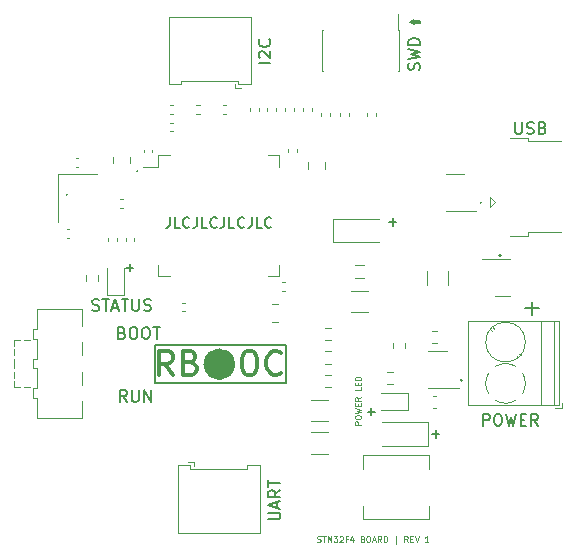
<source format=gbr>
%TF.GenerationSoftware,KiCad,Pcbnew,(6.0.6)*%
%TF.CreationDate,2023-01-10T19:01:41-05:00*%
%TF.ProjectId,STM32F4_REV1,53544d33-3246-4345-9f52-4556312e6b69,rev?*%
%TF.SameCoordinates,Original*%
%TF.FileFunction,Legend,Top*%
%TF.FilePolarity,Positive*%
%FSLAX46Y46*%
G04 Gerber Fmt 4.6, Leading zero omitted, Abs format (unit mm)*
G04 Created by KiCad (PCBNEW (6.0.6)) date 2023-01-10 19:01:41*
%MOMM*%
%LPD*%
G01*
G04 APERTURE LIST*
%ADD10C,0.150000*%
%ADD11C,1.345157*%
%ADD12C,0.300000*%
%ADD13C,0.125000*%
%ADD14C,0.120000*%
G04 APERTURE END LIST*
D10*
X129842857Y-101137142D02*
X129842857Y-101780000D01*
X129800000Y-101908571D01*
X129714285Y-101994285D01*
X129585714Y-102037142D01*
X129500000Y-102037142D01*
X130700000Y-102037142D02*
X130271428Y-102037142D01*
X130271428Y-101137142D01*
X131514285Y-101951428D02*
X131471428Y-101994285D01*
X131342857Y-102037142D01*
X131257142Y-102037142D01*
X131128571Y-101994285D01*
X131042857Y-101908571D01*
X131000000Y-101822857D01*
X130957142Y-101651428D01*
X130957142Y-101522857D01*
X131000000Y-101351428D01*
X131042857Y-101265714D01*
X131128571Y-101180000D01*
X131257142Y-101137142D01*
X131342857Y-101137142D01*
X131471428Y-101180000D01*
X131514285Y-101222857D01*
X132157142Y-101137142D02*
X132157142Y-101780000D01*
X132114285Y-101908571D01*
X132028571Y-101994285D01*
X131900000Y-102037142D01*
X131814285Y-102037142D01*
X133014285Y-102037142D02*
X132585714Y-102037142D01*
X132585714Y-101137142D01*
X133828571Y-101951428D02*
X133785714Y-101994285D01*
X133657142Y-102037142D01*
X133571428Y-102037142D01*
X133442857Y-101994285D01*
X133357142Y-101908571D01*
X133314285Y-101822857D01*
X133271428Y-101651428D01*
X133271428Y-101522857D01*
X133314285Y-101351428D01*
X133357142Y-101265714D01*
X133442857Y-101180000D01*
X133571428Y-101137142D01*
X133657142Y-101137142D01*
X133785714Y-101180000D01*
X133828571Y-101222857D01*
X134471428Y-101137142D02*
X134471428Y-101780000D01*
X134428571Y-101908571D01*
X134342857Y-101994285D01*
X134214285Y-102037142D01*
X134128571Y-102037142D01*
X135328571Y-102037142D02*
X134900000Y-102037142D01*
X134900000Y-101137142D01*
X136142857Y-101951428D02*
X136100000Y-101994285D01*
X135971428Y-102037142D01*
X135885714Y-102037142D01*
X135757142Y-101994285D01*
X135671428Y-101908571D01*
X135628571Y-101822857D01*
X135585714Y-101651428D01*
X135585714Y-101522857D01*
X135628571Y-101351428D01*
X135671428Y-101265714D01*
X135757142Y-101180000D01*
X135885714Y-101137142D01*
X135971428Y-101137142D01*
X136100000Y-101180000D01*
X136142857Y-101222857D01*
X136785714Y-101137142D02*
X136785714Y-101780000D01*
X136742857Y-101908571D01*
X136657142Y-101994285D01*
X136528571Y-102037142D01*
X136442857Y-102037142D01*
X137642857Y-102037142D02*
X137214285Y-102037142D01*
X137214285Y-101137142D01*
X138457142Y-101951428D02*
X138414285Y-101994285D01*
X138285714Y-102037142D01*
X138200000Y-102037142D01*
X138071428Y-101994285D01*
X137985714Y-101908571D01*
X137942857Y-101822857D01*
X137900000Y-101651428D01*
X137900000Y-101522857D01*
X137942857Y-101351428D01*
X137985714Y-101265714D01*
X138071428Y-101180000D01*
X138200000Y-101137142D01*
X138285714Y-101137142D01*
X138414285Y-101180000D01*
X138457142Y-101222857D01*
X128610000Y-111970000D02*
X139710000Y-111970000D01*
X139710000Y-111970000D02*
X139710000Y-115130000D01*
X139710000Y-115130000D02*
X128610000Y-115130000D01*
X128610000Y-115130000D02*
X128610000Y-111970000D01*
D11*
X134722578Y-113570000D02*
G75*
G03*
X134722578Y-113570000I-672578J0D01*
G01*
D12*
X130117619Y-114474761D02*
X129450952Y-113522380D01*
X128974761Y-114474761D02*
X128974761Y-112474761D01*
X129736666Y-112474761D01*
X129927142Y-112570000D01*
X130022380Y-112665238D01*
X130117619Y-112855714D01*
X130117619Y-113141428D01*
X130022380Y-113331904D01*
X129927142Y-113427142D01*
X129736666Y-113522380D01*
X128974761Y-113522380D01*
X131641428Y-113427142D02*
X131927142Y-113522380D01*
X132022380Y-113617619D01*
X132117619Y-113808095D01*
X132117619Y-114093809D01*
X132022380Y-114284285D01*
X131927142Y-114379523D01*
X131736666Y-114474761D01*
X130974761Y-114474761D01*
X130974761Y-112474761D01*
X131641428Y-112474761D01*
X131831904Y-112570000D01*
X131927142Y-112665238D01*
X132022380Y-112855714D01*
X132022380Y-113046190D01*
X131927142Y-113236666D01*
X131831904Y-113331904D01*
X131641428Y-113427142D01*
X130974761Y-113427142D01*
X136403333Y-112474761D02*
X136784285Y-112474761D01*
X136974761Y-112570000D01*
X137165238Y-112760476D01*
X137260476Y-113141428D01*
X137260476Y-113808095D01*
X137165238Y-114189047D01*
X136974761Y-114379523D01*
X136784285Y-114474761D01*
X136403333Y-114474761D01*
X136212857Y-114379523D01*
X136022380Y-114189047D01*
X135927142Y-113808095D01*
X135927142Y-113141428D01*
X136022380Y-112760476D01*
X136212857Y-112570000D01*
X136403333Y-112474761D01*
X139260476Y-114284285D02*
X139165238Y-114379523D01*
X138879523Y-114474761D01*
X138689047Y-114474761D01*
X138403333Y-114379523D01*
X138212857Y-114189047D01*
X138117619Y-113998571D01*
X138022380Y-113617619D01*
X138022380Y-113331904D01*
X138117619Y-112950952D01*
X138212857Y-112760476D01*
X138403333Y-112570000D01*
X138689047Y-112474761D01*
X138879523Y-112474761D01*
X139165238Y-112570000D01*
X139260476Y-112665238D01*
D13*
X142327619Y-128602380D02*
X142399047Y-128626190D01*
X142518095Y-128626190D01*
X142565714Y-128602380D01*
X142589523Y-128578571D01*
X142613333Y-128530952D01*
X142613333Y-128483333D01*
X142589523Y-128435714D01*
X142565714Y-128411904D01*
X142518095Y-128388095D01*
X142422857Y-128364285D01*
X142375238Y-128340476D01*
X142351428Y-128316666D01*
X142327619Y-128269047D01*
X142327619Y-128221428D01*
X142351428Y-128173809D01*
X142375238Y-128150000D01*
X142422857Y-128126190D01*
X142541904Y-128126190D01*
X142613333Y-128150000D01*
X142756190Y-128126190D02*
X143041904Y-128126190D01*
X142899047Y-128626190D02*
X142899047Y-128126190D01*
X143208571Y-128626190D02*
X143208571Y-128126190D01*
X143375238Y-128483333D01*
X143541904Y-128126190D01*
X143541904Y-128626190D01*
X143732380Y-128126190D02*
X144041904Y-128126190D01*
X143875238Y-128316666D01*
X143946666Y-128316666D01*
X143994285Y-128340476D01*
X144018095Y-128364285D01*
X144041904Y-128411904D01*
X144041904Y-128530952D01*
X144018095Y-128578571D01*
X143994285Y-128602380D01*
X143946666Y-128626190D01*
X143803809Y-128626190D01*
X143756190Y-128602380D01*
X143732380Y-128578571D01*
X144232380Y-128173809D02*
X144256190Y-128150000D01*
X144303809Y-128126190D01*
X144422857Y-128126190D01*
X144470476Y-128150000D01*
X144494285Y-128173809D01*
X144518095Y-128221428D01*
X144518095Y-128269047D01*
X144494285Y-128340476D01*
X144208571Y-128626190D01*
X144518095Y-128626190D01*
X144899047Y-128364285D02*
X144732380Y-128364285D01*
X144732380Y-128626190D02*
X144732380Y-128126190D01*
X144970476Y-128126190D01*
X145375238Y-128292857D02*
X145375238Y-128626190D01*
X145256190Y-128102380D02*
X145137142Y-128459523D01*
X145446666Y-128459523D01*
X146184761Y-128364285D02*
X146256190Y-128388095D01*
X146280000Y-128411904D01*
X146303809Y-128459523D01*
X146303809Y-128530952D01*
X146280000Y-128578571D01*
X146256190Y-128602380D01*
X146208571Y-128626190D01*
X146018095Y-128626190D01*
X146018095Y-128126190D01*
X146184761Y-128126190D01*
X146232380Y-128150000D01*
X146256190Y-128173809D01*
X146280000Y-128221428D01*
X146280000Y-128269047D01*
X146256190Y-128316666D01*
X146232380Y-128340476D01*
X146184761Y-128364285D01*
X146018095Y-128364285D01*
X146613333Y-128126190D02*
X146708571Y-128126190D01*
X146756190Y-128150000D01*
X146803809Y-128197619D01*
X146827619Y-128292857D01*
X146827619Y-128459523D01*
X146803809Y-128554761D01*
X146756190Y-128602380D01*
X146708571Y-128626190D01*
X146613333Y-128626190D01*
X146565714Y-128602380D01*
X146518095Y-128554761D01*
X146494285Y-128459523D01*
X146494285Y-128292857D01*
X146518095Y-128197619D01*
X146565714Y-128150000D01*
X146613333Y-128126190D01*
X147018095Y-128483333D02*
X147256190Y-128483333D01*
X146970476Y-128626190D02*
X147137142Y-128126190D01*
X147303809Y-128626190D01*
X147756190Y-128626190D02*
X147589523Y-128388095D01*
X147470476Y-128626190D02*
X147470476Y-128126190D01*
X147660952Y-128126190D01*
X147708571Y-128150000D01*
X147732380Y-128173809D01*
X147756190Y-128221428D01*
X147756190Y-128292857D01*
X147732380Y-128340476D01*
X147708571Y-128364285D01*
X147660952Y-128388095D01*
X147470476Y-128388095D01*
X147970476Y-128626190D02*
X147970476Y-128126190D01*
X148089523Y-128126190D01*
X148160952Y-128150000D01*
X148208571Y-128197619D01*
X148232380Y-128245238D01*
X148256190Y-128340476D01*
X148256190Y-128411904D01*
X148232380Y-128507142D01*
X148208571Y-128554761D01*
X148160952Y-128602380D01*
X148089523Y-128626190D01*
X147970476Y-128626190D01*
X148970476Y-128792857D02*
X148970476Y-128078571D01*
X149994285Y-128626190D02*
X149827619Y-128388095D01*
X149708571Y-128626190D02*
X149708571Y-128126190D01*
X149899047Y-128126190D01*
X149946666Y-128150000D01*
X149970476Y-128173809D01*
X149994285Y-128221428D01*
X149994285Y-128292857D01*
X149970476Y-128340476D01*
X149946666Y-128364285D01*
X149899047Y-128388095D01*
X149708571Y-128388095D01*
X150208571Y-128364285D02*
X150375238Y-128364285D01*
X150446666Y-128626190D02*
X150208571Y-128626190D01*
X150208571Y-128126190D01*
X150446666Y-128126190D01*
X150589523Y-128126190D02*
X150756190Y-128626190D01*
X150922857Y-128126190D01*
X151732380Y-128626190D02*
X151446666Y-128626190D01*
X151589523Y-128626190D02*
X151589523Y-128126190D01*
X151541904Y-128197619D01*
X151494285Y-128245238D01*
X151446666Y-128269047D01*
D10*
X125822857Y-110918571D02*
X125965714Y-110966190D01*
X126013333Y-111013809D01*
X126060952Y-111109047D01*
X126060952Y-111251904D01*
X126013333Y-111347142D01*
X125965714Y-111394761D01*
X125870476Y-111442380D01*
X125489523Y-111442380D01*
X125489523Y-110442380D01*
X125822857Y-110442380D01*
X125918095Y-110490000D01*
X125965714Y-110537619D01*
X126013333Y-110632857D01*
X126013333Y-110728095D01*
X125965714Y-110823333D01*
X125918095Y-110870952D01*
X125822857Y-110918571D01*
X125489523Y-110918571D01*
X126680000Y-110442380D02*
X126870476Y-110442380D01*
X126965714Y-110490000D01*
X127060952Y-110585238D01*
X127108571Y-110775714D01*
X127108571Y-111109047D01*
X127060952Y-111299523D01*
X126965714Y-111394761D01*
X126870476Y-111442380D01*
X126680000Y-111442380D01*
X126584761Y-111394761D01*
X126489523Y-111299523D01*
X126441904Y-111109047D01*
X126441904Y-110775714D01*
X126489523Y-110585238D01*
X126584761Y-110490000D01*
X126680000Y-110442380D01*
X127727619Y-110442380D02*
X127918095Y-110442380D01*
X128013333Y-110490000D01*
X128108571Y-110585238D01*
X128156190Y-110775714D01*
X128156190Y-111109047D01*
X128108571Y-111299523D01*
X128013333Y-111394761D01*
X127918095Y-111442380D01*
X127727619Y-111442380D01*
X127632380Y-111394761D01*
X127537142Y-111299523D01*
X127489523Y-111109047D01*
X127489523Y-110775714D01*
X127537142Y-110585238D01*
X127632380Y-110490000D01*
X127727619Y-110442380D01*
X128441904Y-110442380D02*
X129013333Y-110442380D01*
X128727619Y-111442380D02*
X128727619Y-110442380D01*
X159968571Y-108837142D02*
X161111428Y-108837142D01*
X160540000Y-109408571D02*
X160540000Y-108265714D01*
X126155238Y-105407142D02*
X126764761Y-105407142D01*
X126460000Y-105711904D02*
X126460000Y-105102380D01*
X152075238Y-119477142D02*
X152684761Y-119477142D01*
X152380000Y-119781904D02*
X152380000Y-119172380D01*
X146605238Y-117587142D02*
X147214761Y-117587142D01*
X146910000Y-117891904D02*
X146910000Y-117282380D01*
X148425238Y-101537142D02*
X149034761Y-101537142D01*
X148730000Y-101841904D02*
X148730000Y-101232380D01*
G36*
X150500000Y-84490000D02*
G01*
X151010000Y-84490000D01*
X151010000Y-84700000D01*
X150500000Y-84700000D01*
X150500000Y-84800000D01*
X150190000Y-84610000D01*
X150200000Y-84600000D01*
X150500000Y-84390000D01*
X150500000Y-84490000D01*
G37*
X150500000Y-84490000D02*
X151010000Y-84490000D01*
X151010000Y-84700000D01*
X150500000Y-84700000D01*
X150500000Y-84800000D01*
X150190000Y-84610000D01*
X150200000Y-84600000D01*
X150500000Y-84390000D01*
X150500000Y-84490000D01*
X156218310Y-99890000D02*
G75*
G03*
X156218310Y-99890000I-58310J0D01*
G01*
X157860711Y-104370000D02*
G75*
G03*
X157860711Y-104370000I-70711J0D01*
G01*
X154607082Y-114930000D02*
G75*
G03*
X154607082Y-114930000I-67082J0D01*
G01*
X121148310Y-99240000D02*
G75*
G03*
X121148310Y-99240000I-58310J0D01*
G01*
X127108310Y-97240000D02*
G75*
G03*
X127108310Y-97240000I-58310J0D01*
G01*
X138372380Y-88066190D02*
X137372380Y-88066190D01*
X137467619Y-87637619D02*
X137420000Y-87590000D01*
X137372380Y-87494761D01*
X137372380Y-87256666D01*
X137420000Y-87161428D01*
X137467619Y-87113809D01*
X137562857Y-87066190D01*
X137658095Y-87066190D01*
X137800952Y-87113809D01*
X138372380Y-87685238D01*
X138372380Y-87066190D01*
X138277142Y-86066190D02*
X138324761Y-86113809D01*
X138372380Y-86256666D01*
X138372380Y-86351904D01*
X138324761Y-86494761D01*
X138229523Y-86590000D01*
X138134285Y-86637619D01*
X137943809Y-86685238D01*
X137800952Y-86685238D01*
X137610476Y-86637619D01*
X137515238Y-86590000D01*
X137420000Y-86494761D01*
X137372380Y-86351904D01*
X137372380Y-86256666D01*
X137420000Y-86113809D01*
X137467619Y-86066190D01*
X159088095Y-93082380D02*
X159088095Y-93891904D01*
X159135714Y-93987142D01*
X159183333Y-94034761D01*
X159278571Y-94082380D01*
X159469047Y-94082380D01*
X159564285Y-94034761D01*
X159611904Y-93987142D01*
X159659523Y-93891904D01*
X159659523Y-93082380D01*
X160088095Y-94034761D02*
X160230952Y-94082380D01*
X160469047Y-94082380D01*
X160564285Y-94034761D01*
X160611904Y-93987142D01*
X160659523Y-93891904D01*
X160659523Y-93796666D01*
X160611904Y-93701428D01*
X160564285Y-93653809D01*
X160469047Y-93606190D01*
X160278571Y-93558571D01*
X160183333Y-93510952D01*
X160135714Y-93463333D01*
X160088095Y-93368095D01*
X160088095Y-93272857D01*
X160135714Y-93177619D01*
X160183333Y-93130000D01*
X160278571Y-93082380D01*
X160516666Y-93082380D01*
X160659523Y-93130000D01*
X161421428Y-93558571D02*
X161564285Y-93606190D01*
X161611904Y-93653809D01*
X161659523Y-93749047D01*
X161659523Y-93891904D01*
X161611904Y-93987142D01*
X161564285Y-94034761D01*
X161469047Y-94082380D01*
X161088095Y-94082380D01*
X161088095Y-93082380D01*
X161421428Y-93082380D01*
X161516666Y-93130000D01*
X161564285Y-93177619D01*
X161611904Y-93272857D01*
X161611904Y-93368095D01*
X161564285Y-93463333D01*
X161516666Y-93510952D01*
X161421428Y-93558571D01*
X161088095Y-93558571D01*
X150974761Y-88667142D02*
X151022380Y-88524285D01*
X151022380Y-88286190D01*
X150974761Y-88190952D01*
X150927142Y-88143333D01*
X150831904Y-88095714D01*
X150736666Y-88095714D01*
X150641428Y-88143333D01*
X150593809Y-88190952D01*
X150546190Y-88286190D01*
X150498571Y-88476666D01*
X150450952Y-88571904D01*
X150403333Y-88619523D01*
X150308095Y-88667142D01*
X150212857Y-88667142D01*
X150117619Y-88619523D01*
X150070000Y-88571904D01*
X150022380Y-88476666D01*
X150022380Y-88238571D01*
X150070000Y-88095714D01*
X150022380Y-87762380D02*
X151022380Y-87524285D01*
X150308095Y-87333809D01*
X151022380Y-87143333D01*
X150022380Y-86905238D01*
X151022380Y-86524285D02*
X150022380Y-86524285D01*
X150022380Y-86286190D01*
X150070000Y-86143333D01*
X150165238Y-86048095D01*
X150260476Y-86000476D01*
X150450952Y-85952857D01*
X150593809Y-85952857D01*
X150784285Y-86000476D01*
X150879523Y-86048095D01*
X150974761Y-86143333D01*
X151022380Y-86286190D01*
X151022380Y-86524285D01*
D13*
X146026190Y-118703809D02*
X145526190Y-118703809D01*
X145526190Y-118513333D01*
X145550000Y-118465714D01*
X145573809Y-118441904D01*
X145621428Y-118418095D01*
X145692857Y-118418095D01*
X145740476Y-118441904D01*
X145764285Y-118465714D01*
X145788095Y-118513333D01*
X145788095Y-118703809D01*
X145526190Y-118108571D02*
X145526190Y-118013333D01*
X145550000Y-117965714D01*
X145597619Y-117918095D01*
X145692857Y-117894285D01*
X145859523Y-117894285D01*
X145954761Y-117918095D01*
X146002380Y-117965714D01*
X146026190Y-118013333D01*
X146026190Y-118108571D01*
X146002380Y-118156190D01*
X145954761Y-118203809D01*
X145859523Y-118227619D01*
X145692857Y-118227619D01*
X145597619Y-118203809D01*
X145550000Y-118156190D01*
X145526190Y-118108571D01*
X145526190Y-117727619D02*
X146026190Y-117608571D01*
X145669047Y-117513333D01*
X146026190Y-117418095D01*
X145526190Y-117299047D01*
X145764285Y-117108571D02*
X145764285Y-116941904D01*
X146026190Y-116870476D02*
X146026190Y-117108571D01*
X145526190Y-117108571D01*
X145526190Y-116870476D01*
X146026190Y-116370476D02*
X145788095Y-116537142D01*
X146026190Y-116656190D02*
X145526190Y-116656190D01*
X145526190Y-116465714D01*
X145550000Y-116418095D01*
X145573809Y-116394285D01*
X145621428Y-116370476D01*
X145692857Y-116370476D01*
X145740476Y-116394285D01*
X145764285Y-116418095D01*
X145788095Y-116465714D01*
X145788095Y-116656190D01*
X146026190Y-115537142D02*
X146026190Y-115775238D01*
X145526190Y-115775238D01*
X145764285Y-115370476D02*
X145764285Y-115203809D01*
X146026190Y-115132380D02*
X146026190Y-115370476D01*
X145526190Y-115370476D01*
X145526190Y-115132380D01*
X146026190Y-114918095D02*
X145526190Y-114918095D01*
X145526190Y-114799047D01*
X145550000Y-114727619D01*
X145597619Y-114680000D01*
X145645238Y-114656190D01*
X145740476Y-114632380D01*
X145811904Y-114632380D01*
X145907142Y-114656190D01*
X145954761Y-114680000D01*
X146002380Y-114727619D01*
X146026190Y-114799047D01*
X146026190Y-114918095D01*
D10*
X123293809Y-109014761D02*
X123436666Y-109062380D01*
X123674761Y-109062380D01*
X123770000Y-109014761D01*
X123817619Y-108967142D01*
X123865238Y-108871904D01*
X123865238Y-108776666D01*
X123817619Y-108681428D01*
X123770000Y-108633809D01*
X123674761Y-108586190D01*
X123484285Y-108538571D01*
X123389047Y-108490952D01*
X123341428Y-108443333D01*
X123293809Y-108348095D01*
X123293809Y-108252857D01*
X123341428Y-108157619D01*
X123389047Y-108110000D01*
X123484285Y-108062380D01*
X123722380Y-108062380D01*
X123865238Y-108110000D01*
X124150952Y-108062380D02*
X124722380Y-108062380D01*
X124436666Y-109062380D02*
X124436666Y-108062380D01*
X125008095Y-108776666D02*
X125484285Y-108776666D01*
X124912857Y-109062380D02*
X125246190Y-108062380D01*
X125579523Y-109062380D01*
X125770000Y-108062380D02*
X126341428Y-108062380D01*
X126055714Y-109062380D02*
X126055714Y-108062380D01*
X126674761Y-108062380D02*
X126674761Y-108871904D01*
X126722380Y-108967142D01*
X126770000Y-109014761D01*
X126865238Y-109062380D01*
X127055714Y-109062380D01*
X127150952Y-109014761D01*
X127198571Y-108967142D01*
X127246190Y-108871904D01*
X127246190Y-108062380D01*
X127674761Y-109014761D02*
X127817619Y-109062380D01*
X128055714Y-109062380D01*
X128150952Y-109014761D01*
X128198571Y-108967142D01*
X128246190Y-108871904D01*
X128246190Y-108776666D01*
X128198571Y-108681428D01*
X128150952Y-108633809D01*
X128055714Y-108586190D01*
X127865238Y-108538571D01*
X127770000Y-108490952D01*
X127722380Y-108443333D01*
X127674761Y-108348095D01*
X127674761Y-108252857D01*
X127722380Y-108157619D01*
X127770000Y-108110000D01*
X127865238Y-108062380D01*
X128103333Y-108062380D01*
X128246190Y-108110000D01*
X156360476Y-118782380D02*
X156360476Y-117782380D01*
X156741428Y-117782380D01*
X156836666Y-117830000D01*
X156884285Y-117877619D01*
X156931904Y-117972857D01*
X156931904Y-118115714D01*
X156884285Y-118210952D01*
X156836666Y-118258571D01*
X156741428Y-118306190D01*
X156360476Y-118306190D01*
X157550952Y-117782380D02*
X157741428Y-117782380D01*
X157836666Y-117830000D01*
X157931904Y-117925238D01*
X157979523Y-118115714D01*
X157979523Y-118449047D01*
X157931904Y-118639523D01*
X157836666Y-118734761D01*
X157741428Y-118782380D01*
X157550952Y-118782380D01*
X157455714Y-118734761D01*
X157360476Y-118639523D01*
X157312857Y-118449047D01*
X157312857Y-118115714D01*
X157360476Y-117925238D01*
X157455714Y-117830000D01*
X157550952Y-117782380D01*
X158312857Y-117782380D02*
X158550952Y-118782380D01*
X158741428Y-118068095D01*
X158931904Y-118782380D01*
X159170000Y-117782380D01*
X159550952Y-118258571D02*
X159884285Y-118258571D01*
X160027142Y-118782380D02*
X159550952Y-118782380D01*
X159550952Y-117782380D01*
X160027142Y-117782380D01*
X161027142Y-118782380D02*
X160693809Y-118306190D01*
X160455714Y-118782380D02*
X160455714Y-117782380D01*
X160836666Y-117782380D01*
X160931904Y-117830000D01*
X160979523Y-117877619D01*
X161027142Y-117972857D01*
X161027142Y-118115714D01*
X160979523Y-118210952D01*
X160931904Y-118258571D01*
X160836666Y-118306190D01*
X160455714Y-118306190D01*
X138202380Y-126705238D02*
X139011904Y-126705238D01*
X139107142Y-126657619D01*
X139154761Y-126610000D01*
X139202380Y-126514761D01*
X139202380Y-126324285D01*
X139154761Y-126229047D01*
X139107142Y-126181428D01*
X139011904Y-126133809D01*
X138202380Y-126133809D01*
X138916666Y-125705238D02*
X138916666Y-125229047D01*
X139202380Y-125800476D02*
X138202380Y-125467142D01*
X139202380Y-125133809D01*
X139202380Y-124229047D02*
X138726190Y-124562380D01*
X139202380Y-124800476D02*
X138202380Y-124800476D01*
X138202380Y-124419523D01*
X138250000Y-124324285D01*
X138297619Y-124276666D01*
X138392857Y-124229047D01*
X138535714Y-124229047D01*
X138630952Y-124276666D01*
X138678571Y-124324285D01*
X138726190Y-124419523D01*
X138726190Y-124800476D01*
X138202380Y-123943333D02*
X138202380Y-123371904D01*
X139202380Y-123657619D02*
X138202380Y-123657619D01*
X126211904Y-116752380D02*
X125878571Y-116276190D01*
X125640476Y-116752380D02*
X125640476Y-115752380D01*
X126021428Y-115752380D01*
X126116666Y-115800000D01*
X126164285Y-115847619D01*
X126211904Y-115942857D01*
X126211904Y-116085714D01*
X126164285Y-116180952D01*
X126116666Y-116228571D01*
X126021428Y-116276190D01*
X125640476Y-116276190D01*
X126640476Y-115752380D02*
X126640476Y-116561904D01*
X126688095Y-116657142D01*
X126735714Y-116704761D01*
X126830952Y-116752380D01*
X127021428Y-116752380D01*
X127116666Y-116704761D01*
X127164285Y-116657142D01*
X127211904Y-116561904D01*
X127211904Y-115752380D01*
X127688095Y-116752380D02*
X127688095Y-115752380D01*
X128259523Y-116752380D01*
X128259523Y-115752380D01*
D14*
%TO.C,F1*%
X153410000Y-105647936D02*
X153410000Y-106852064D01*
X151590000Y-105647936D02*
X151590000Y-106852064D01*
%TO.C,C14*%
X141515000Y-97011252D02*
X141515000Y-96488748D01*
X142985000Y-97011252D02*
X142985000Y-96488748D01*
%TO.C,U3*%
X154000000Y-97440000D02*
X153200000Y-97440000D01*
X154000000Y-100560000D02*
X155800000Y-100560000D01*
X154000000Y-97440000D02*
X154800000Y-97440000D01*
X154000000Y-100560000D02*
X153200000Y-100560000D01*
%TO.C,J3*%
X134000000Y-122440000D02*
X131585000Y-122440000D01*
X130515000Y-127860000D02*
X134000000Y-127860000D01*
X134000000Y-122440000D02*
X136415000Y-122440000D01*
X131585000Y-122440000D02*
X131585000Y-122140000D01*
X136415000Y-122440000D02*
X136415000Y-122140000D01*
X130515000Y-122140000D02*
X130515000Y-127860000D01*
X131585000Y-122140000D02*
X130515000Y-122140000D01*
X131875000Y-121850000D02*
X131375000Y-121850000D01*
X137485000Y-127860000D02*
X134000000Y-127860000D01*
X136415000Y-122140000D02*
X137485000Y-122140000D01*
X137485000Y-122140000D02*
X137485000Y-127860000D01*
X131875000Y-122150000D02*
X131875000Y-121850000D01*
%TO.C,J4*%
X135665000Y-89560000D02*
X135665000Y-89860000D01*
X135665000Y-89860000D02*
X136735000Y-89860000D01*
X129765000Y-84140000D02*
X133250000Y-84140000D01*
X130835000Y-89560000D02*
X130835000Y-89860000D01*
X129765000Y-89860000D02*
X129765000Y-84140000D01*
X133250000Y-89560000D02*
X135665000Y-89560000D01*
X136735000Y-89860000D02*
X136735000Y-84140000D01*
X135375000Y-89850000D02*
X135375000Y-90150000D01*
X133250000Y-89560000D02*
X130835000Y-89560000D01*
X135375000Y-90150000D02*
X135875000Y-90150000D01*
X130835000Y-89860000D02*
X129765000Y-89860000D01*
X136735000Y-84140000D02*
X133250000Y-84140000D01*
%TO.C,Y1*%
X123650000Y-97500000D02*
X120350000Y-97500000D01*
X120350000Y-97500000D02*
X120350000Y-101500000D01*
%TO.C,U2*%
X129840000Y-106110000D02*
X128890000Y-106110000D01*
X128890000Y-96840000D02*
X127550000Y-96840000D01*
X138160000Y-106110000D02*
X139110000Y-106110000D01*
X138160000Y-95890000D02*
X139110000Y-95890000D01*
X139110000Y-106110000D02*
X139110000Y-105160000D01*
X128890000Y-95890000D02*
X128890000Y-96840000D01*
X129840000Y-95890000D02*
X128890000Y-95890000D01*
X139110000Y-95890000D02*
X139110000Y-96840000D01*
X128890000Y-106110000D02*
X128890000Y-105160000D01*
%TO.C,C8*%
X139392164Y-107360000D02*
X139607836Y-107360000D01*
X139392164Y-106640000D02*
X139607836Y-106640000D01*
%TO.C,R10*%
X146550000Y-92266359D02*
X146550000Y-92573641D01*
X147310000Y-92266359D02*
X147310000Y-92573641D01*
%TO.C,R6*%
X148737258Y-115272500D02*
X148262742Y-115272500D01*
X148737258Y-114227500D02*
X148262742Y-114227500D01*
%TO.C,C4*%
X145226248Y-107340000D02*
X146648752Y-107340000D01*
X145226248Y-109160000D02*
X146648752Y-109160000D01*
%TO.C,C15*%
X121892164Y-96140000D02*
X122107836Y-96140000D01*
X121892164Y-96860000D02*
X122107836Y-96860000D01*
%TO.C,R16*%
X134653641Y-92380000D02*
X134346359Y-92380000D01*
X134653641Y-91620000D02*
X134346359Y-91620000D01*
%TO.C,R11*%
X139620000Y-91846359D02*
X139620000Y-92153641D01*
X140380000Y-91846359D02*
X140380000Y-92153641D01*
%TO.C,R2*%
X152487258Y-111772500D02*
X152012742Y-111772500D01*
X152487258Y-110727500D02*
X152012742Y-110727500D01*
%TO.C,C5*%
X125015000Y-96511252D02*
X125015000Y-95988748D01*
X126485000Y-96511252D02*
X126485000Y-95988748D01*
%TO.C,R8*%
X141120000Y-92153641D02*
X141120000Y-91846359D01*
X141880000Y-92153641D02*
X141880000Y-91846359D01*
%TO.C,J2*%
X142765000Y-85235000D02*
X142765000Y-88765000D01*
X142830000Y-85235000D02*
X142765000Y-85235000D01*
X149235000Y-88765000D02*
X149170000Y-88765000D01*
X149235000Y-85235000D02*
X149235000Y-88765000D01*
X149170000Y-83910000D02*
X149170000Y-85235000D01*
X142830000Y-88765000D02*
X142765000Y-88765000D01*
X149235000Y-85235000D02*
X149170000Y-85235000D01*
%TO.C,C9*%
X139890000Y-95607836D02*
X139890000Y-95392164D01*
X140610000Y-95607836D02*
X140610000Y-95392164D01*
%TO.C,R9*%
X137380000Y-92153641D02*
X137380000Y-91846359D01*
X136620000Y-92153641D02*
X136620000Y-91846359D01*
%TO.C,C10*%
X129892164Y-93860000D02*
X130107836Y-93860000D01*
X129892164Y-93140000D02*
X130107836Y-93140000D01*
%TO.C,J1*%
X157005000Y-110630000D02*
X157099000Y-110724000D01*
X157211000Y-110425000D02*
X157339000Y-110554000D01*
X155120000Y-117010000D02*
X162840000Y-117010000D01*
X162380000Y-117010000D02*
X162380000Y-109890000D01*
X162440000Y-117250000D02*
X163080000Y-117250000D01*
X161280000Y-117010000D02*
X161280000Y-109890000D01*
X155120000Y-117010000D02*
X155120000Y-109890000D01*
X162840000Y-117010000D02*
X162840000Y-109890000D01*
X163080000Y-117250000D02*
X163080000Y-116850000D01*
X159221000Y-112845000D02*
X159349000Y-112974000D01*
X159461000Y-112675000D02*
X159554000Y-112769000D01*
X155120000Y-109890000D02*
X162840000Y-109890000D01*
X159171000Y-113775000D02*
G75*
G03*
X157389807Y-113774496I-891000J-1425003D01*
G01*
X157414000Y-116640001D02*
G75*
G03*
X159169894Y-116625358I866000J1439999D01*
G01*
X159720000Y-116066000D02*
G75*
G03*
X159960099Y-115171326I-1440014J866003D01*
G01*
X156839999Y-114334000D02*
G75*
G03*
X156854642Y-116089894I1439999J-866000D01*
G01*
X159960000Y-115200000D02*
G75*
G03*
X159704721Y-114309736I-1679990J3D01*
G01*
X159960000Y-111700000D02*
G75*
G03*
X159960000Y-111700000I-1680000J0D01*
G01*
%TO.C,R13*%
X142660000Y-92276359D02*
X142660000Y-92583641D01*
X143420000Y-92276359D02*
X143420000Y-92583641D01*
%TO.C,SW1*%
X116700000Y-115500000D02*
X116700000Y-115000000D01*
X118300000Y-113100000D02*
X118600000Y-113100000D01*
X116700000Y-113100000D02*
X116700000Y-113100000D01*
X118600000Y-116400000D02*
X118300000Y-116400000D01*
X118600000Y-108900000D02*
X122400000Y-108900000D01*
X118600000Y-110600000D02*
X118600000Y-108900000D01*
X118600000Y-108900000D02*
X118600000Y-108900000D01*
X122400000Y-114200000D02*
X122400000Y-114200000D01*
X122400000Y-118100000D02*
X118600000Y-118100000D01*
X122400000Y-115300000D02*
X122400000Y-114200000D01*
X116700000Y-112300000D02*
X116700000Y-112800000D01*
X116700000Y-114700000D02*
X116700000Y-114200000D01*
X116700000Y-115500000D02*
X117200000Y-115500000D01*
X118600000Y-113900000D02*
X118300000Y-113900000D01*
X116700000Y-111500000D02*
X117200000Y-111500000D01*
X118300000Y-115600000D02*
X118600000Y-115600000D01*
X118300000Y-110600000D02*
X118600000Y-110600000D01*
X122400000Y-111700000D02*
X122400000Y-111700000D01*
X117500000Y-111500000D02*
X118000000Y-111500000D01*
X116700000Y-115000000D02*
X116700000Y-115000000D01*
X122400000Y-116700000D02*
X122400000Y-118100000D01*
X116700000Y-114200000D02*
X116700000Y-114200000D01*
X118300000Y-116400000D02*
X118300000Y-115600000D01*
X118000000Y-115500000D02*
X118000000Y-115500000D01*
X118000000Y-111500000D02*
X118000000Y-111500000D01*
X118600000Y-113100000D02*
X118600000Y-111400000D01*
X117200000Y-115500000D02*
X117200000Y-115500000D01*
X116700000Y-111500000D02*
X116700000Y-112000000D01*
X116700000Y-112000000D02*
X116700000Y-112000000D01*
X116700000Y-113900000D02*
X116700000Y-113100000D01*
X118300000Y-111400000D02*
X118300000Y-110600000D01*
X117500000Y-115500000D02*
X118000000Y-115500000D01*
X122400000Y-112800000D02*
X122400000Y-111700000D01*
X118600000Y-118100000D02*
X118600000Y-116400000D01*
X116700000Y-112800000D02*
X116700000Y-112800000D01*
X118600000Y-111400000D02*
X118300000Y-111400000D01*
X118300000Y-113900000D02*
X118300000Y-113100000D01*
X122400000Y-108900000D02*
X122400000Y-110300000D01*
X118600000Y-115600000D02*
X118600000Y-113900000D01*
X117200000Y-111500000D02*
X117200000Y-111500000D01*
%TO.C,C16*%
X121357836Y-102860000D02*
X121142164Y-102860000D01*
X121357836Y-102140000D02*
X121142164Y-102140000D01*
%TO.C,R15*%
X125903641Y-100380000D02*
X125596359Y-100380000D01*
X125903641Y-99620000D02*
X125596359Y-99620000D01*
%TO.C,L1*%
X151800000Y-126700000D02*
X151800000Y-125550000D01*
X151800000Y-121300000D02*
X146200000Y-121300000D01*
X151800000Y-126700000D02*
X146200000Y-126700000D01*
X146200000Y-126700000D02*
X146200000Y-125550000D01*
X151800000Y-121300000D02*
X151800000Y-122450000D01*
X146200000Y-121300000D02*
X146200000Y-122450000D01*
%TO.C,C11*%
X124640000Y-102892164D02*
X124640000Y-103107836D01*
X125360000Y-102892164D02*
X125360000Y-103107836D01*
%TO.C,R4*%
X149772500Y-111762742D02*
X149772500Y-112237258D01*
X148727500Y-111762742D02*
X148727500Y-112237258D01*
%TO.C,C12*%
X126860000Y-102892164D02*
X126860000Y-103107836D01*
X126140000Y-102892164D02*
X126140000Y-103107836D01*
%TO.C,R18*%
X122727500Y-106487258D02*
X122727500Y-106012742D01*
X123772500Y-106487258D02*
X123772500Y-106012742D01*
%TO.C,C6*%
X128360000Y-95627836D02*
X128360000Y-95412164D01*
X127640000Y-95627836D02*
X127640000Y-95412164D01*
%TO.C,C7*%
X131107836Y-109110000D02*
X130892164Y-109110000D01*
X131107836Y-108390000D02*
X130892164Y-108390000D01*
%TO.C,C1*%
X152109420Y-116240000D02*
X152390580Y-116240000D01*
X152109420Y-117260000D02*
X152390580Y-117260000D01*
%TO.C,R12*%
X138880000Y-91846359D02*
X138880000Y-92153641D01*
X138120000Y-91846359D02*
X138120000Y-92153641D01*
%TO.C,J5*%
X160195000Y-102695000D02*
X160195000Y-102395000D01*
X160195000Y-94395000D02*
X158645000Y-94395000D01*
X156945000Y-99445000D02*
X157395000Y-99845000D01*
X160195000Y-102695000D02*
X158645000Y-102695000D01*
X162995000Y-94695000D02*
X160195000Y-94695000D01*
X160195000Y-94695000D02*
X160195000Y-94395000D01*
X156945000Y-100245000D02*
X156945000Y-99445000D01*
X162995000Y-102395000D02*
X160195000Y-102395000D01*
X157395000Y-99845000D02*
X156945000Y-100245000D01*
%TO.C,Q1*%
X158000000Y-104690000D02*
X156325000Y-104690000D01*
X158000000Y-104690000D02*
X158650000Y-104690000D01*
X158000000Y-107810000D02*
X157350000Y-107810000D01*
X158000000Y-107810000D02*
X158650000Y-107810000D01*
%TO.C,R5*%
X143012742Y-111522500D02*
X143487258Y-111522500D01*
X143012742Y-110477500D02*
X143487258Y-110477500D01*
%TO.C,C13*%
X138488748Y-108515000D02*
X139011252Y-108515000D01*
X138488748Y-109985000D02*
X139011252Y-109985000D01*
%TO.C,D1*%
X143687500Y-101250000D02*
X147587500Y-101250000D01*
X143687500Y-103250000D02*
X147587500Y-103250000D01*
X143687500Y-101250000D02*
X143687500Y-103250000D01*
%TO.C,D3*%
X149985000Y-117485000D02*
X149985000Y-116015000D01*
X147700000Y-117485000D02*
X149985000Y-117485000D01*
X149985000Y-116015000D02*
X147700000Y-116015000D01*
%TO.C,C2*%
X143211252Y-118410000D02*
X141788748Y-118410000D01*
X143211252Y-116590000D02*
X141788748Y-116590000D01*
%TO.C,U1*%
X152500000Y-115560000D02*
X154300000Y-115560000D01*
X152500000Y-112440000D02*
X153300000Y-112440000D01*
X152500000Y-115560000D02*
X151700000Y-115560000D01*
X152500000Y-112440000D02*
X151700000Y-112440000D01*
%TO.C,R17*%
X132096359Y-91620000D02*
X132403641Y-91620000D01*
X132096359Y-92380000D02*
X132403641Y-92380000D01*
%TO.C,C3*%
X143211252Y-121160000D02*
X141788748Y-121160000D01*
X143211252Y-119340000D02*
X141788748Y-119340000D01*
%TO.C,D4*%
X124515000Y-107735000D02*
X125985000Y-107735000D01*
X125985000Y-107735000D02*
X125985000Y-105450000D01*
X124515000Y-105450000D02*
X124515000Y-107735000D01*
%TO.C,R7*%
X144300000Y-92573641D02*
X144300000Y-92266359D01*
X145060000Y-92573641D02*
X145060000Y-92266359D01*
%TO.C,D2*%
X151750000Y-118500000D02*
X147850000Y-118500000D01*
X151750000Y-120500000D02*
X147850000Y-120500000D01*
X151750000Y-120500000D02*
X151750000Y-118500000D01*
%TO.C,R14*%
X130153641Y-92380000D02*
X129846359Y-92380000D01*
X130153641Y-91620000D02*
X129846359Y-91620000D01*
%TO.C,FB1*%
X146337122Y-105190000D02*
X145537878Y-105190000D01*
X146337122Y-106310000D02*
X145537878Y-106310000D01*
%TO.C,R3*%
X143487258Y-113522500D02*
X143012742Y-113522500D01*
X143487258Y-112477500D02*
X143012742Y-112477500D01*
%TO.C,R1*%
X143012742Y-114477500D02*
X143487258Y-114477500D01*
X143012742Y-115522500D02*
X143487258Y-115522500D01*
%TD*%
M02*

</source>
